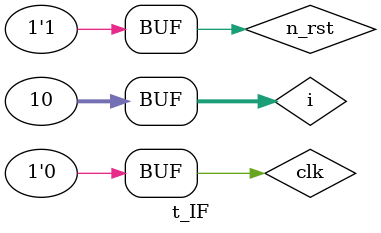
<source format=v>
module t_IF;
    reg clk;
    reg n_rst;
    wire [31:0] pc;
    wire [31:0] ir;
    integer i;

    initial begin
        clk = 0;
        for (i = 0; i < 10; i = i + 1) begin
            #100 clk = ~clk;
        end
    end

    initial begin
        n_rst = 1;
        #20 n_rst = 0;
        #20 n_rst = 1;
    end

    IF IF(.clk_in(clk),
          .n_rst_in(n_rst),
          .MEM_pc_branch_in(32'b0),
          .MEM_ctrl_pc_src_in(1'b0),
          .IFID_pc_out(pc),
          .IFID_ir_out(ir));

endmodule

</source>
